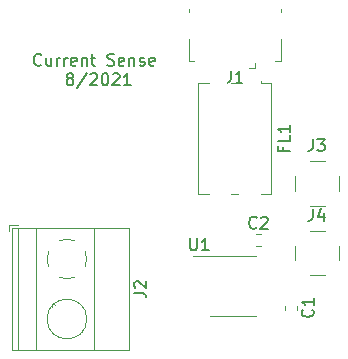
<source format=gto>
G04 #@! TF.GenerationSoftware,KiCad,Pcbnew,(5.1.5-0)*
G04 #@! TF.CreationDate,2021-08-18T08:54:09-06:00*
G04 #@! TF.ProjectId,imon,696d6f6e-2e6b-4696-9361-645f70636258,rev?*
G04 #@! TF.SameCoordinates,Original*
G04 #@! TF.FileFunction,Legend,Top*
G04 #@! TF.FilePolarity,Positive*
%FSLAX46Y46*%
G04 Gerber Fmt 4.6, Leading zero omitted, Abs format (unit mm)*
G04 Created by KiCad (PCBNEW (5.1.5-0)) date 2021-08-18 08:54:09*
%MOMM*%
%LPD*%
G04 APERTURE LIST*
%ADD10C,0.150000*%
%ADD11C,0.120000*%
%ADD12C,0.100000*%
%ADD13C,1.342000*%
%ADD14C,2.702000*%
%ADD15R,2.702000X2.702000*%
%ADD16R,1.302000X2.002000*%
%ADD17O,1.302000X2.002000*%
%ADD18R,1.602000X2.002000*%
%ADD19C,1.552000*%
%ADD20R,0.502000X1.452000*%
%ADD21R,1.302000X2.102000*%
G04 APERTURE END LIST*
D10*
X123119047Y-74732142D02*
X123071428Y-74779761D01*
X122928571Y-74827380D01*
X122833333Y-74827380D01*
X122690476Y-74779761D01*
X122595238Y-74684523D01*
X122547619Y-74589285D01*
X122500000Y-74398809D01*
X122500000Y-74255952D01*
X122547619Y-74065476D01*
X122595238Y-73970238D01*
X122690476Y-73875000D01*
X122833333Y-73827380D01*
X122928571Y-73827380D01*
X123071428Y-73875000D01*
X123119047Y-73922619D01*
X123976190Y-74160714D02*
X123976190Y-74827380D01*
X123547619Y-74160714D02*
X123547619Y-74684523D01*
X123595238Y-74779761D01*
X123690476Y-74827380D01*
X123833333Y-74827380D01*
X123928571Y-74779761D01*
X123976190Y-74732142D01*
X124452380Y-74827380D02*
X124452380Y-74160714D01*
X124452380Y-74351190D02*
X124500000Y-74255952D01*
X124547619Y-74208333D01*
X124642857Y-74160714D01*
X124738095Y-74160714D01*
X125071428Y-74827380D02*
X125071428Y-74160714D01*
X125071428Y-74351190D02*
X125119047Y-74255952D01*
X125166666Y-74208333D01*
X125261904Y-74160714D01*
X125357142Y-74160714D01*
X126071428Y-74779761D02*
X125976190Y-74827380D01*
X125785714Y-74827380D01*
X125690476Y-74779761D01*
X125642857Y-74684523D01*
X125642857Y-74303571D01*
X125690476Y-74208333D01*
X125785714Y-74160714D01*
X125976190Y-74160714D01*
X126071428Y-74208333D01*
X126119047Y-74303571D01*
X126119047Y-74398809D01*
X125642857Y-74494047D01*
X126547619Y-74160714D02*
X126547619Y-74827380D01*
X126547619Y-74255952D02*
X126595238Y-74208333D01*
X126690476Y-74160714D01*
X126833333Y-74160714D01*
X126928571Y-74208333D01*
X126976190Y-74303571D01*
X126976190Y-74827380D01*
X127309523Y-74160714D02*
X127690476Y-74160714D01*
X127452380Y-73827380D02*
X127452380Y-74684523D01*
X127500000Y-74779761D01*
X127595238Y-74827380D01*
X127690476Y-74827380D01*
X128738095Y-74779761D02*
X128880952Y-74827380D01*
X129119047Y-74827380D01*
X129214285Y-74779761D01*
X129261904Y-74732142D01*
X129309523Y-74636904D01*
X129309523Y-74541666D01*
X129261904Y-74446428D01*
X129214285Y-74398809D01*
X129119047Y-74351190D01*
X128928571Y-74303571D01*
X128833333Y-74255952D01*
X128785714Y-74208333D01*
X128738095Y-74113095D01*
X128738095Y-74017857D01*
X128785714Y-73922619D01*
X128833333Y-73875000D01*
X128928571Y-73827380D01*
X129166666Y-73827380D01*
X129309523Y-73875000D01*
X130119047Y-74779761D02*
X130023809Y-74827380D01*
X129833333Y-74827380D01*
X129738095Y-74779761D01*
X129690476Y-74684523D01*
X129690476Y-74303571D01*
X129738095Y-74208333D01*
X129833333Y-74160714D01*
X130023809Y-74160714D01*
X130119047Y-74208333D01*
X130166666Y-74303571D01*
X130166666Y-74398809D01*
X129690476Y-74494047D01*
X130595238Y-74160714D02*
X130595238Y-74827380D01*
X130595238Y-74255952D02*
X130642857Y-74208333D01*
X130738095Y-74160714D01*
X130880952Y-74160714D01*
X130976190Y-74208333D01*
X131023809Y-74303571D01*
X131023809Y-74827380D01*
X131452380Y-74779761D02*
X131547619Y-74827380D01*
X131738095Y-74827380D01*
X131833333Y-74779761D01*
X131880952Y-74684523D01*
X131880952Y-74636904D01*
X131833333Y-74541666D01*
X131738095Y-74494047D01*
X131595238Y-74494047D01*
X131500000Y-74446428D01*
X131452380Y-74351190D01*
X131452380Y-74303571D01*
X131500000Y-74208333D01*
X131595238Y-74160714D01*
X131738095Y-74160714D01*
X131833333Y-74208333D01*
X132690476Y-74779761D02*
X132595238Y-74827380D01*
X132404761Y-74827380D01*
X132309523Y-74779761D01*
X132261904Y-74684523D01*
X132261904Y-74303571D01*
X132309523Y-74208333D01*
X132404761Y-74160714D01*
X132595238Y-74160714D01*
X132690476Y-74208333D01*
X132738095Y-74303571D01*
X132738095Y-74398809D01*
X132261904Y-74494047D01*
X125476190Y-75905952D02*
X125380952Y-75858333D01*
X125333333Y-75810714D01*
X125285714Y-75715476D01*
X125285714Y-75667857D01*
X125333333Y-75572619D01*
X125380952Y-75525000D01*
X125476190Y-75477380D01*
X125666666Y-75477380D01*
X125761904Y-75525000D01*
X125809523Y-75572619D01*
X125857142Y-75667857D01*
X125857142Y-75715476D01*
X125809523Y-75810714D01*
X125761904Y-75858333D01*
X125666666Y-75905952D01*
X125476190Y-75905952D01*
X125380952Y-75953571D01*
X125333333Y-76001190D01*
X125285714Y-76096428D01*
X125285714Y-76286904D01*
X125333333Y-76382142D01*
X125380952Y-76429761D01*
X125476190Y-76477380D01*
X125666666Y-76477380D01*
X125761904Y-76429761D01*
X125809523Y-76382142D01*
X125857142Y-76286904D01*
X125857142Y-76096428D01*
X125809523Y-76001190D01*
X125761904Y-75953571D01*
X125666666Y-75905952D01*
X127000000Y-75429761D02*
X126142857Y-76715476D01*
X127285714Y-75572619D02*
X127333333Y-75525000D01*
X127428571Y-75477380D01*
X127666666Y-75477380D01*
X127761904Y-75525000D01*
X127809523Y-75572619D01*
X127857142Y-75667857D01*
X127857142Y-75763095D01*
X127809523Y-75905952D01*
X127238095Y-76477380D01*
X127857142Y-76477380D01*
X128476190Y-75477380D02*
X128571428Y-75477380D01*
X128666666Y-75525000D01*
X128714285Y-75572619D01*
X128761904Y-75667857D01*
X128809523Y-75858333D01*
X128809523Y-76096428D01*
X128761904Y-76286904D01*
X128714285Y-76382142D01*
X128666666Y-76429761D01*
X128571428Y-76477380D01*
X128476190Y-76477380D01*
X128380952Y-76429761D01*
X128333333Y-76382142D01*
X128285714Y-76286904D01*
X128238095Y-76096428D01*
X128238095Y-75858333D01*
X128285714Y-75667857D01*
X128333333Y-75572619D01*
X128380952Y-75525000D01*
X128476190Y-75477380D01*
X129190476Y-75572619D02*
X129238095Y-75525000D01*
X129333333Y-75477380D01*
X129571428Y-75477380D01*
X129666666Y-75525000D01*
X129714285Y-75572619D01*
X129761904Y-75667857D01*
X129761904Y-75763095D01*
X129714285Y-75905952D01*
X129142857Y-76477380D01*
X129761904Y-76477380D01*
X130714285Y-76477380D02*
X130142857Y-76477380D01*
X130428571Y-76477380D02*
X130428571Y-75477380D01*
X130333333Y-75620238D01*
X130238095Y-75715476D01*
X130142857Y-75763095D01*
D11*
X139400000Y-90940000D02*
X135950000Y-90940000D01*
X139400000Y-90940000D02*
X141350000Y-90940000D01*
X139400000Y-96060000D02*
X137450000Y-96060000D01*
X139400000Y-96060000D02*
X141350000Y-96060000D01*
X147120000Y-92570000D02*
X145880000Y-92570000D01*
X147120000Y-88830000D02*
X145880000Y-88830000D01*
X144630000Y-91320000D02*
X144630000Y-90080000D01*
X148370000Y-91320000D02*
X148370000Y-90080000D01*
X147120000Y-86670000D02*
X145880000Y-86670000D01*
X147120000Y-82930000D02*
X145880000Y-82930000D01*
X144630000Y-85420000D02*
X144630000Y-84180000D01*
X148370000Y-85420000D02*
X148370000Y-84180000D01*
X120400000Y-88360000D02*
X120400000Y-88860000D01*
X121140000Y-88360000D02*
X120400000Y-88360000D01*
X124277000Y-95053000D02*
X124231000Y-95006000D01*
X126575000Y-97350000D02*
X126539000Y-97315000D01*
X124061000Y-95246000D02*
X124026000Y-95211000D01*
X126369000Y-97555000D02*
X126323000Y-97508000D01*
X130561000Y-98880000D02*
X120640000Y-98880000D01*
X130561000Y-88600000D02*
X120640000Y-88600000D01*
X120640000Y-88600000D02*
X120640000Y-98880000D01*
X130561000Y-88600000D02*
X130561000Y-98880000D01*
X127601000Y-88600000D02*
X127601000Y-98880000D01*
X122700000Y-88600000D02*
X122700000Y-98880000D01*
X121200000Y-88600000D02*
X121200000Y-98880000D01*
X126980000Y-96280000D02*
G75*
G03X126980000Y-96280000I-1680000J0D01*
G01*
X123619747Y-91228805D02*
G75*
G02X123765000Y-90516000I1680253J28805D01*
G01*
X124616958Y-89664574D02*
G75*
G02X125984000Y-89665000I683042J-1535426D01*
G01*
X126835426Y-90516958D02*
G75*
G02X126835000Y-91884000I-1535426J-683042D01*
G01*
X125983042Y-92735426D02*
G75*
G02X124616000Y-92735000I-683042J1535426D01*
G01*
X123765244Y-91883318D02*
G75*
G02X123620000Y-91200000I1534756J683318D01*
G01*
X141200000Y-75012500D02*
X141200000Y-74562500D01*
X141200000Y-75012500D02*
X140750000Y-75012500D01*
X135600000Y-74462500D02*
X136050000Y-74462500D01*
X135600000Y-72612500D02*
X135600000Y-74462500D01*
X143400000Y-70062500D02*
X143400000Y-70312500D01*
X135600000Y-70062500D02*
X135600000Y-70312500D01*
X143400000Y-72612500D02*
X143400000Y-74462500D01*
X143400000Y-74462500D02*
X142950000Y-74462500D01*
X136400000Y-85700000D02*
X136400000Y-76300000D01*
X136400000Y-85700000D02*
X137300000Y-85700000D01*
X136400000Y-76300000D02*
X137300000Y-76300000D01*
X142600000Y-85700000D02*
X141700000Y-85700000D01*
X142600000Y-76300000D02*
X141700000Y-76300000D01*
X142600000Y-76300000D02*
X142600000Y-85700000D01*
X141700000Y-76100000D02*
X141700000Y-76200000D01*
X141700000Y-76300000D02*
X141700000Y-76100000D01*
X139800000Y-76300000D02*
X139200000Y-76300000D01*
X139800000Y-76100000D02*
X139800000Y-76300000D01*
X139800000Y-85700000D02*
X139200000Y-85700000D01*
X141353733Y-90110000D02*
X141696267Y-90110000D01*
X141353733Y-89090000D02*
X141696267Y-89090000D01*
X143790000Y-95153733D02*
X143790000Y-95496267D01*
X144810000Y-95153733D02*
X144810000Y-95496267D01*
D10*
X135738095Y-89452380D02*
X135738095Y-90261904D01*
X135785714Y-90357142D01*
X135833333Y-90404761D01*
X135928571Y-90452380D01*
X136119047Y-90452380D01*
X136214285Y-90404761D01*
X136261904Y-90357142D01*
X136309523Y-90261904D01*
X136309523Y-89452380D01*
X137309523Y-90452380D02*
X136738095Y-90452380D01*
X137023809Y-90452380D02*
X137023809Y-89452380D01*
X136928571Y-89595238D01*
X136833333Y-89690476D01*
X136738095Y-89738095D01*
X146126666Y-86952380D02*
X146126666Y-87666666D01*
X146079047Y-87809523D01*
X145983809Y-87904761D01*
X145840952Y-87952380D01*
X145745714Y-87952380D01*
X147031428Y-87285714D02*
X147031428Y-87952380D01*
X146793333Y-86904761D02*
X146555238Y-87619047D01*
X147174285Y-87619047D01*
X146126666Y-81052380D02*
X146126666Y-81766666D01*
X146079047Y-81909523D01*
X145983809Y-82004761D01*
X145840952Y-82052380D01*
X145745714Y-82052380D01*
X146507619Y-81052380D02*
X147126666Y-81052380D01*
X146793333Y-81433333D01*
X146936190Y-81433333D01*
X147031428Y-81480952D01*
X147079047Y-81528571D01*
X147126666Y-81623809D01*
X147126666Y-81861904D01*
X147079047Y-81957142D01*
X147031428Y-82004761D01*
X146936190Y-82052380D01*
X146650476Y-82052380D01*
X146555238Y-82004761D01*
X146507619Y-81957142D01*
X131012380Y-94073333D02*
X131726666Y-94073333D01*
X131869523Y-94120952D01*
X131964761Y-94216190D01*
X132012380Y-94359047D01*
X132012380Y-94454285D01*
X131107619Y-93644761D02*
X131060000Y-93597142D01*
X131012380Y-93501904D01*
X131012380Y-93263809D01*
X131060000Y-93168571D01*
X131107619Y-93120952D01*
X131202857Y-93073333D01*
X131298095Y-93073333D01*
X131440952Y-93120952D01*
X132012380Y-93692380D01*
X132012380Y-93073333D01*
X139166666Y-75264880D02*
X139166666Y-75979166D01*
X139119047Y-76122023D01*
X139023809Y-76217261D01*
X138880952Y-76264880D01*
X138785714Y-76264880D01*
X140166666Y-76264880D02*
X139595238Y-76264880D01*
X139880952Y-76264880D02*
X139880952Y-75264880D01*
X139785714Y-75407738D01*
X139690476Y-75502976D01*
X139595238Y-75550595D01*
X143628571Y-81738095D02*
X143628571Y-82071428D01*
X144152380Y-82071428D02*
X143152380Y-82071428D01*
X143152380Y-81595238D01*
X144152380Y-80738095D02*
X144152380Y-81214285D01*
X143152380Y-81214285D01*
X144152380Y-79880952D02*
X144152380Y-80452380D01*
X144152380Y-80166666D02*
X143152380Y-80166666D01*
X143295238Y-80261904D01*
X143390476Y-80357142D01*
X143438095Y-80452380D01*
X141358333Y-88527142D02*
X141310714Y-88574761D01*
X141167857Y-88622380D01*
X141072619Y-88622380D01*
X140929761Y-88574761D01*
X140834523Y-88479523D01*
X140786904Y-88384285D01*
X140739285Y-88193809D01*
X140739285Y-88050952D01*
X140786904Y-87860476D01*
X140834523Y-87765238D01*
X140929761Y-87670000D01*
X141072619Y-87622380D01*
X141167857Y-87622380D01*
X141310714Y-87670000D01*
X141358333Y-87717619D01*
X141739285Y-87717619D02*
X141786904Y-87670000D01*
X141882142Y-87622380D01*
X142120238Y-87622380D01*
X142215476Y-87670000D01*
X142263095Y-87717619D01*
X142310714Y-87812857D01*
X142310714Y-87908095D01*
X142263095Y-88050952D01*
X141691666Y-88622380D01*
X142310714Y-88622380D01*
X146087142Y-95491666D02*
X146134761Y-95539285D01*
X146182380Y-95682142D01*
X146182380Y-95777380D01*
X146134761Y-95920238D01*
X146039523Y-96015476D01*
X145944285Y-96063095D01*
X145753809Y-96110714D01*
X145610952Y-96110714D01*
X145420476Y-96063095D01*
X145325238Y-96015476D01*
X145230000Y-95920238D01*
X145182380Y-95777380D01*
X145182380Y-95682142D01*
X145230000Y-95539285D01*
X145277619Y-95491666D01*
X146182380Y-94539285D02*
X146182380Y-95110714D01*
X146182380Y-94825000D02*
X145182380Y-94825000D01*
X145325238Y-94920238D01*
X145420476Y-95015476D01*
X145468095Y-95110714D01*
%LPC*%
D12*
G36*
X142742702Y-91244845D02*
G01*
X142759738Y-91247372D01*
X142776445Y-91251557D01*
X142792661Y-91257359D01*
X142808230Y-91264723D01*
X142823003Y-91273577D01*
X142836836Y-91283837D01*
X142849597Y-91295403D01*
X142861163Y-91308164D01*
X142871423Y-91321997D01*
X142880277Y-91336770D01*
X142887641Y-91352339D01*
X142893443Y-91368555D01*
X142897628Y-91385262D01*
X142900155Y-91402298D01*
X142901000Y-91419500D01*
X142901000Y-91770500D01*
X142900155Y-91787702D01*
X142897628Y-91804738D01*
X142893443Y-91821445D01*
X142887641Y-91837661D01*
X142880277Y-91853230D01*
X142871423Y-91868003D01*
X142861163Y-91881836D01*
X142849597Y-91894597D01*
X142836836Y-91906163D01*
X142823003Y-91916423D01*
X142808230Y-91925277D01*
X142792661Y-91932641D01*
X142776445Y-91938443D01*
X142759738Y-91942628D01*
X142742702Y-91945155D01*
X142725500Y-91946000D01*
X141024500Y-91946000D01*
X141007298Y-91945155D01*
X140990262Y-91942628D01*
X140973555Y-91938443D01*
X140957339Y-91932641D01*
X140941770Y-91925277D01*
X140926997Y-91916423D01*
X140913164Y-91906163D01*
X140900403Y-91894597D01*
X140888837Y-91881836D01*
X140878577Y-91868003D01*
X140869723Y-91853230D01*
X140862359Y-91837661D01*
X140856557Y-91821445D01*
X140852372Y-91804738D01*
X140849845Y-91787702D01*
X140849000Y-91770500D01*
X140849000Y-91419500D01*
X140849845Y-91402298D01*
X140852372Y-91385262D01*
X140856557Y-91368555D01*
X140862359Y-91352339D01*
X140869723Y-91336770D01*
X140878577Y-91321997D01*
X140888837Y-91308164D01*
X140900403Y-91295403D01*
X140913164Y-91283837D01*
X140926997Y-91273577D01*
X140941770Y-91264723D01*
X140957339Y-91257359D01*
X140973555Y-91251557D01*
X140990262Y-91247372D01*
X141007298Y-91244845D01*
X141024500Y-91244000D01*
X142725500Y-91244000D01*
X142742702Y-91244845D01*
G37*
G36*
X142742702Y-92514845D02*
G01*
X142759738Y-92517372D01*
X142776445Y-92521557D01*
X142792661Y-92527359D01*
X142808230Y-92534723D01*
X142823003Y-92543577D01*
X142836836Y-92553837D01*
X142849597Y-92565403D01*
X142861163Y-92578164D01*
X142871423Y-92591997D01*
X142880277Y-92606770D01*
X142887641Y-92622339D01*
X142893443Y-92638555D01*
X142897628Y-92655262D01*
X142900155Y-92672298D01*
X142901000Y-92689500D01*
X142901000Y-93040500D01*
X142900155Y-93057702D01*
X142897628Y-93074738D01*
X142893443Y-93091445D01*
X142887641Y-93107661D01*
X142880277Y-93123230D01*
X142871423Y-93138003D01*
X142861163Y-93151836D01*
X142849597Y-93164597D01*
X142836836Y-93176163D01*
X142823003Y-93186423D01*
X142808230Y-93195277D01*
X142792661Y-93202641D01*
X142776445Y-93208443D01*
X142759738Y-93212628D01*
X142742702Y-93215155D01*
X142725500Y-93216000D01*
X141024500Y-93216000D01*
X141007298Y-93215155D01*
X140990262Y-93212628D01*
X140973555Y-93208443D01*
X140957339Y-93202641D01*
X140941770Y-93195277D01*
X140926997Y-93186423D01*
X140913164Y-93176163D01*
X140900403Y-93164597D01*
X140888837Y-93151836D01*
X140878577Y-93138003D01*
X140869723Y-93123230D01*
X140862359Y-93107661D01*
X140856557Y-93091445D01*
X140852372Y-93074738D01*
X140849845Y-93057702D01*
X140849000Y-93040500D01*
X140849000Y-92689500D01*
X140849845Y-92672298D01*
X140852372Y-92655262D01*
X140856557Y-92638555D01*
X140862359Y-92622339D01*
X140869723Y-92606770D01*
X140878577Y-92591997D01*
X140888837Y-92578164D01*
X140900403Y-92565403D01*
X140913164Y-92553837D01*
X140926997Y-92543577D01*
X140941770Y-92534723D01*
X140957339Y-92527359D01*
X140973555Y-92521557D01*
X140990262Y-92517372D01*
X141007298Y-92514845D01*
X141024500Y-92514000D01*
X142725500Y-92514000D01*
X142742702Y-92514845D01*
G37*
G36*
X142742702Y-93784845D02*
G01*
X142759738Y-93787372D01*
X142776445Y-93791557D01*
X142792661Y-93797359D01*
X142808230Y-93804723D01*
X142823003Y-93813577D01*
X142836836Y-93823837D01*
X142849597Y-93835403D01*
X142861163Y-93848164D01*
X142871423Y-93861997D01*
X142880277Y-93876770D01*
X142887641Y-93892339D01*
X142893443Y-93908555D01*
X142897628Y-93925262D01*
X142900155Y-93942298D01*
X142901000Y-93959500D01*
X142901000Y-94310500D01*
X142900155Y-94327702D01*
X142897628Y-94344738D01*
X142893443Y-94361445D01*
X142887641Y-94377661D01*
X142880277Y-94393230D01*
X142871423Y-94408003D01*
X142861163Y-94421836D01*
X142849597Y-94434597D01*
X142836836Y-94446163D01*
X142823003Y-94456423D01*
X142808230Y-94465277D01*
X142792661Y-94472641D01*
X142776445Y-94478443D01*
X142759738Y-94482628D01*
X142742702Y-94485155D01*
X142725500Y-94486000D01*
X141024500Y-94486000D01*
X141007298Y-94485155D01*
X140990262Y-94482628D01*
X140973555Y-94478443D01*
X140957339Y-94472641D01*
X140941770Y-94465277D01*
X140926997Y-94456423D01*
X140913164Y-94446163D01*
X140900403Y-94434597D01*
X140888837Y-94421836D01*
X140878577Y-94408003D01*
X140869723Y-94393230D01*
X140862359Y-94377661D01*
X140856557Y-94361445D01*
X140852372Y-94344738D01*
X140849845Y-94327702D01*
X140849000Y-94310500D01*
X140849000Y-93959500D01*
X140849845Y-93942298D01*
X140852372Y-93925262D01*
X140856557Y-93908555D01*
X140862359Y-93892339D01*
X140869723Y-93876770D01*
X140878577Y-93861997D01*
X140888837Y-93848164D01*
X140900403Y-93835403D01*
X140913164Y-93823837D01*
X140926997Y-93813577D01*
X140941770Y-93804723D01*
X140957339Y-93797359D01*
X140973555Y-93791557D01*
X140990262Y-93787372D01*
X141007298Y-93784845D01*
X141024500Y-93784000D01*
X142725500Y-93784000D01*
X142742702Y-93784845D01*
G37*
G36*
X142742702Y-95054845D02*
G01*
X142759738Y-95057372D01*
X142776445Y-95061557D01*
X142792661Y-95067359D01*
X142808230Y-95074723D01*
X142823003Y-95083577D01*
X142836836Y-95093837D01*
X142849597Y-95105403D01*
X142861163Y-95118164D01*
X142871423Y-95131997D01*
X142880277Y-95146770D01*
X142887641Y-95162339D01*
X142893443Y-95178555D01*
X142897628Y-95195262D01*
X142900155Y-95212298D01*
X142901000Y-95229500D01*
X142901000Y-95580500D01*
X142900155Y-95597702D01*
X142897628Y-95614738D01*
X142893443Y-95631445D01*
X142887641Y-95647661D01*
X142880277Y-95663230D01*
X142871423Y-95678003D01*
X142861163Y-95691836D01*
X142849597Y-95704597D01*
X142836836Y-95716163D01*
X142823003Y-95726423D01*
X142808230Y-95735277D01*
X142792661Y-95742641D01*
X142776445Y-95748443D01*
X142759738Y-95752628D01*
X142742702Y-95755155D01*
X142725500Y-95756000D01*
X141024500Y-95756000D01*
X141007298Y-95755155D01*
X140990262Y-95752628D01*
X140973555Y-95748443D01*
X140957339Y-95742641D01*
X140941770Y-95735277D01*
X140926997Y-95726423D01*
X140913164Y-95716163D01*
X140900403Y-95704597D01*
X140888837Y-95691836D01*
X140878577Y-95678003D01*
X140869723Y-95663230D01*
X140862359Y-95647661D01*
X140856557Y-95631445D01*
X140852372Y-95614738D01*
X140849845Y-95597702D01*
X140849000Y-95580500D01*
X140849000Y-95229500D01*
X140849845Y-95212298D01*
X140852372Y-95195262D01*
X140856557Y-95178555D01*
X140862359Y-95162339D01*
X140869723Y-95146770D01*
X140878577Y-95131997D01*
X140888837Y-95118164D01*
X140900403Y-95105403D01*
X140913164Y-95093837D01*
X140926997Y-95083577D01*
X140941770Y-95074723D01*
X140957339Y-95067359D01*
X140973555Y-95061557D01*
X140990262Y-95057372D01*
X141007298Y-95054845D01*
X141024500Y-95054000D01*
X142725500Y-95054000D01*
X142742702Y-95054845D01*
G37*
G36*
X137792702Y-95054845D02*
G01*
X137809738Y-95057372D01*
X137826445Y-95061557D01*
X137842661Y-95067359D01*
X137858230Y-95074723D01*
X137873003Y-95083577D01*
X137886836Y-95093837D01*
X137899597Y-95105403D01*
X137911163Y-95118164D01*
X137921423Y-95131997D01*
X137930277Y-95146770D01*
X137937641Y-95162339D01*
X137943443Y-95178555D01*
X137947628Y-95195262D01*
X137950155Y-95212298D01*
X137951000Y-95229500D01*
X137951000Y-95580500D01*
X137950155Y-95597702D01*
X137947628Y-95614738D01*
X137943443Y-95631445D01*
X137937641Y-95647661D01*
X137930277Y-95663230D01*
X137921423Y-95678003D01*
X137911163Y-95691836D01*
X137899597Y-95704597D01*
X137886836Y-95716163D01*
X137873003Y-95726423D01*
X137858230Y-95735277D01*
X137842661Y-95742641D01*
X137826445Y-95748443D01*
X137809738Y-95752628D01*
X137792702Y-95755155D01*
X137775500Y-95756000D01*
X136074500Y-95756000D01*
X136057298Y-95755155D01*
X136040262Y-95752628D01*
X136023555Y-95748443D01*
X136007339Y-95742641D01*
X135991770Y-95735277D01*
X135976997Y-95726423D01*
X135963164Y-95716163D01*
X135950403Y-95704597D01*
X135938837Y-95691836D01*
X135928577Y-95678003D01*
X135919723Y-95663230D01*
X135912359Y-95647661D01*
X135906557Y-95631445D01*
X135902372Y-95614738D01*
X135899845Y-95597702D01*
X135899000Y-95580500D01*
X135899000Y-95229500D01*
X135899845Y-95212298D01*
X135902372Y-95195262D01*
X135906557Y-95178555D01*
X135912359Y-95162339D01*
X135919723Y-95146770D01*
X135928577Y-95131997D01*
X135938837Y-95118164D01*
X135950403Y-95105403D01*
X135963164Y-95093837D01*
X135976997Y-95083577D01*
X135991770Y-95074723D01*
X136007339Y-95067359D01*
X136023555Y-95061557D01*
X136040262Y-95057372D01*
X136057298Y-95054845D01*
X136074500Y-95054000D01*
X137775500Y-95054000D01*
X137792702Y-95054845D01*
G37*
G36*
X137792702Y-93784845D02*
G01*
X137809738Y-93787372D01*
X137826445Y-93791557D01*
X137842661Y-93797359D01*
X137858230Y-93804723D01*
X137873003Y-93813577D01*
X137886836Y-93823837D01*
X137899597Y-93835403D01*
X137911163Y-93848164D01*
X137921423Y-93861997D01*
X137930277Y-93876770D01*
X137937641Y-93892339D01*
X137943443Y-93908555D01*
X137947628Y-93925262D01*
X137950155Y-93942298D01*
X137951000Y-93959500D01*
X137951000Y-94310500D01*
X137950155Y-94327702D01*
X137947628Y-94344738D01*
X137943443Y-94361445D01*
X137937641Y-94377661D01*
X137930277Y-94393230D01*
X137921423Y-94408003D01*
X137911163Y-94421836D01*
X137899597Y-94434597D01*
X137886836Y-94446163D01*
X137873003Y-94456423D01*
X137858230Y-94465277D01*
X137842661Y-94472641D01*
X137826445Y-94478443D01*
X137809738Y-94482628D01*
X137792702Y-94485155D01*
X137775500Y-94486000D01*
X136074500Y-94486000D01*
X136057298Y-94485155D01*
X136040262Y-94482628D01*
X136023555Y-94478443D01*
X136007339Y-94472641D01*
X135991770Y-94465277D01*
X135976997Y-94456423D01*
X135963164Y-94446163D01*
X135950403Y-94434597D01*
X135938837Y-94421836D01*
X135928577Y-94408003D01*
X135919723Y-94393230D01*
X135912359Y-94377661D01*
X135906557Y-94361445D01*
X135902372Y-94344738D01*
X135899845Y-94327702D01*
X135899000Y-94310500D01*
X135899000Y-93959500D01*
X135899845Y-93942298D01*
X135902372Y-93925262D01*
X135906557Y-93908555D01*
X135912359Y-93892339D01*
X135919723Y-93876770D01*
X135928577Y-93861997D01*
X135938837Y-93848164D01*
X135950403Y-93835403D01*
X135963164Y-93823837D01*
X135976997Y-93813577D01*
X135991770Y-93804723D01*
X136007339Y-93797359D01*
X136023555Y-93791557D01*
X136040262Y-93787372D01*
X136057298Y-93784845D01*
X136074500Y-93784000D01*
X137775500Y-93784000D01*
X137792702Y-93784845D01*
G37*
G36*
X137792702Y-92514845D02*
G01*
X137809738Y-92517372D01*
X137826445Y-92521557D01*
X137842661Y-92527359D01*
X137858230Y-92534723D01*
X137873003Y-92543577D01*
X137886836Y-92553837D01*
X137899597Y-92565403D01*
X137911163Y-92578164D01*
X137921423Y-92591997D01*
X137930277Y-92606770D01*
X137937641Y-92622339D01*
X137943443Y-92638555D01*
X137947628Y-92655262D01*
X137950155Y-92672298D01*
X137951000Y-92689500D01*
X137951000Y-93040500D01*
X137950155Y-93057702D01*
X137947628Y-93074738D01*
X137943443Y-93091445D01*
X137937641Y-93107661D01*
X137930277Y-93123230D01*
X137921423Y-93138003D01*
X137911163Y-93151836D01*
X137899597Y-93164597D01*
X137886836Y-93176163D01*
X137873003Y-93186423D01*
X137858230Y-93195277D01*
X137842661Y-93202641D01*
X137826445Y-93208443D01*
X137809738Y-93212628D01*
X137792702Y-93215155D01*
X137775500Y-93216000D01*
X136074500Y-93216000D01*
X136057298Y-93215155D01*
X136040262Y-93212628D01*
X136023555Y-93208443D01*
X136007339Y-93202641D01*
X135991770Y-93195277D01*
X135976997Y-93186423D01*
X135963164Y-93176163D01*
X135950403Y-93164597D01*
X135938837Y-93151836D01*
X135928577Y-93138003D01*
X135919723Y-93123230D01*
X135912359Y-93107661D01*
X135906557Y-93091445D01*
X135902372Y-93074738D01*
X135899845Y-93057702D01*
X135899000Y-93040500D01*
X135899000Y-92689500D01*
X135899845Y-92672298D01*
X135902372Y-92655262D01*
X135906557Y-92638555D01*
X135912359Y-92622339D01*
X135919723Y-92606770D01*
X135928577Y-92591997D01*
X135938837Y-92578164D01*
X135950403Y-92565403D01*
X135963164Y-92553837D01*
X135976997Y-92543577D01*
X135991770Y-92534723D01*
X136007339Y-92527359D01*
X136023555Y-92521557D01*
X136040262Y-92517372D01*
X136057298Y-92514845D01*
X136074500Y-92514000D01*
X137775500Y-92514000D01*
X137792702Y-92514845D01*
G37*
G36*
X137792702Y-91244845D02*
G01*
X137809738Y-91247372D01*
X137826445Y-91251557D01*
X137842661Y-91257359D01*
X137858230Y-91264723D01*
X137873003Y-91273577D01*
X137886836Y-91283837D01*
X137899597Y-91295403D01*
X137911163Y-91308164D01*
X137921423Y-91321997D01*
X137930277Y-91336770D01*
X137937641Y-91352339D01*
X137943443Y-91368555D01*
X137947628Y-91385262D01*
X137950155Y-91402298D01*
X137951000Y-91419500D01*
X137951000Y-91770500D01*
X137950155Y-91787702D01*
X137947628Y-91804738D01*
X137943443Y-91821445D01*
X137937641Y-91837661D01*
X137930277Y-91853230D01*
X137921423Y-91868003D01*
X137911163Y-91881836D01*
X137899597Y-91894597D01*
X137886836Y-91906163D01*
X137873003Y-91916423D01*
X137858230Y-91925277D01*
X137842661Y-91932641D01*
X137826445Y-91938443D01*
X137809738Y-91942628D01*
X137792702Y-91945155D01*
X137775500Y-91946000D01*
X136074500Y-91946000D01*
X136057298Y-91945155D01*
X136040262Y-91942628D01*
X136023555Y-91938443D01*
X136007339Y-91932641D01*
X135991770Y-91925277D01*
X135976997Y-91916423D01*
X135963164Y-91906163D01*
X135950403Y-91894597D01*
X135938837Y-91881836D01*
X135928577Y-91868003D01*
X135919723Y-91853230D01*
X135912359Y-91837661D01*
X135906557Y-91821445D01*
X135902372Y-91804738D01*
X135899845Y-91787702D01*
X135899000Y-91770500D01*
X135899000Y-91419500D01*
X135899845Y-91402298D01*
X135902372Y-91385262D01*
X135906557Y-91368555D01*
X135912359Y-91352339D01*
X135919723Y-91336770D01*
X135928577Y-91321997D01*
X135938837Y-91308164D01*
X135950403Y-91295403D01*
X135963164Y-91283837D01*
X135976997Y-91273577D01*
X135991770Y-91264723D01*
X136007339Y-91257359D01*
X136023555Y-91251557D01*
X136040262Y-91247372D01*
X136057298Y-91244845D01*
X136074500Y-91244000D01*
X137775500Y-91244000D01*
X137792702Y-91244845D01*
G37*
D13*
X145230000Y-91970000D03*
X147770000Y-89430000D03*
X147770000Y-91970000D03*
X145230000Y-89430000D03*
X146500000Y-90700000D03*
X145230000Y-86070000D03*
X147770000Y-83530000D03*
X147770000Y-86070000D03*
X145230000Y-83530000D03*
X146500000Y-84800000D03*
D14*
X125300000Y-96280000D03*
D15*
X125300000Y-91200000D03*
D16*
X142400000Y-71462500D03*
X136600000Y-71462500D03*
D17*
X136000000Y-71462500D03*
X143000000Y-71462500D03*
D18*
X140500000Y-71462500D03*
D19*
X137000000Y-74162500D03*
D20*
X139500000Y-74162500D03*
X138850000Y-74162500D03*
X138200000Y-74162500D03*
X140800000Y-74162500D03*
X140150000Y-74162500D03*
D19*
X142000000Y-74162500D03*
D18*
X138500000Y-71462500D03*
D21*
X140770000Y-84750000D03*
X138230000Y-84750000D03*
X138230000Y-77250000D03*
X140770000Y-77250000D03*
D12*
G36*
X142738779Y-89075266D02*
G01*
X142764309Y-89079053D01*
X142789345Y-89085325D01*
X142813646Y-89094020D01*
X142836977Y-89105055D01*
X142859115Y-89118323D01*
X142879845Y-89133698D01*
X142898969Y-89151031D01*
X142916302Y-89170155D01*
X142931677Y-89190885D01*
X142944945Y-89213023D01*
X142955980Y-89236354D01*
X142964675Y-89260655D01*
X142970947Y-89285691D01*
X142974734Y-89311221D01*
X142976000Y-89337000D01*
X142976000Y-89863000D01*
X142974734Y-89888779D01*
X142970947Y-89914309D01*
X142964675Y-89939345D01*
X142955980Y-89963646D01*
X142944945Y-89986977D01*
X142931677Y-90009115D01*
X142916302Y-90029845D01*
X142898969Y-90048969D01*
X142879845Y-90066302D01*
X142859115Y-90081677D01*
X142836977Y-90094945D01*
X142813646Y-90105980D01*
X142789345Y-90114675D01*
X142764309Y-90120947D01*
X142738779Y-90124734D01*
X142713000Y-90126000D01*
X142087000Y-90126000D01*
X142061221Y-90124734D01*
X142035691Y-90120947D01*
X142010655Y-90114675D01*
X141986354Y-90105980D01*
X141963023Y-90094945D01*
X141940885Y-90081677D01*
X141920155Y-90066302D01*
X141901031Y-90048969D01*
X141883698Y-90029845D01*
X141868323Y-90009115D01*
X141855055Y-89986977D01*
X141844020Y-89963646D01*
X141835325Y-89939345D01*
X141829053Y-89914309D01*
X141825266Y-89888779D01*
X141824000Y-89863000D01*
X141824000Y-89337000D01*
X141825266Y-89311221D01*
X141829053Y-89285691D01*
X141835325Y-89260655D01*
X141844020Y-89236354D01*
X141855055Y-89213023D01*
X141868323Y-89190885D01*
X141883698Y-89170155D01*
X141901031Y-89151031D01*
X141920155Y-89133698D01*
X141940885Y-89118323D01*
X141963023Y-89105055D01*
X141986354Y-89094020D01*
X142010655Y-89085325D01*
X142035691Y-89079053D01*
X142061221Y-89075266D01*
X142087000Y-89074000D01*
X142713000Y-89074000D01*
X142738779Y-89075266D01*
G37*
G36*
X140988779Y-89075266D02*
G01*
X141014309Y-89079053D01*
X141039345Y-89085325D01*
X141063646Y-89094020D01*
X141086977Y-89105055D01*
X141109115Y-89118323D01*
X141129845Y-89133698D01*
X141148969Y-89151031D01*
X141166302Y-89170155D01*
X141181677Y-89190885D01*
X141194945Y-89213023D01*
X141205980Y-89236354D01*
X141214675Y-89260655D01*
X141220947Y-89285691D01*
X141224734Y-89311221D01*
X141226000Y-89337000D01*
X141226000Y-89863000D01*
X141224734Y-89888779D01*
X141220947Y-89914309D01*
X141214675Y-89939345D01*
X141205980Y-89963646D01*
X141194945Y-89986977D01*
X141181677Y-90009115D01*
X141166302Y-90029845D01*
X141148969Y-90048969D01*
X141129845Y-90066302D01*
X141109115Y-90081677D01*
X141086977Y-90094945D01*
X141063646Y-90105980D01*
X141039345Y-90114675D01*
X141014309Y-90120947D01*
X140988779Y-90124734D01*
X140963000Y-90126000D01*
X140337000Y-90126000D01*
X140311221Y-90124734D01*
X140285691Y-90120947D01*
X140260655Y-90114675D01*
X140236354Y-90105980D01*
X140213023Y-90094945D01*
X140190885Y-90081677D01*
X140170155Y-90066302D01*
X140151031Y-90048969D01*
X140133698Y-90029845D01*
X140118323Y-90009115D01*
X140105055Y-89986977D01*
X140094020Y-89963646D01*
X140085325Y-89939345D01*
X140079053Y-89914309D01*
X140075266Y-89888779D01*
X140074000Y-89863000D01*
X140074000Y-89337000D01*
X140075266Y-89311221D01*
X140079053Y-89285691D01*
X140085325Y-89260655D01*
X140094020Y-89236354D01*
X140105055Y-89213023D01*
X140118323Y-89190885D01*
X140133698Y-89170155D01*
X140151031Y-89151031D01*
X140170155Y-89133698D01*
X140190885Y-89118323D01*
X140213023Y-89105055D01*
X140236354Y-89094020D01*
X140260655Y-89085325D01*
X140285691Y-89079053D01*
X140311221Y-89075266D01*
X140337000Y-89074000D01*
X140963000Y-89074000D01*
X140988779Y-89075266D01*
G37*
G36*
X144588779Y-95625266D02*
G01*
X144614309Y-95629053D01*
X144639345Y-95635325D01*
X144663646Y-95644020D01*
X144686977Y-95655055D01*
X144709115Y-95668323D01*
X144729845Y-95683698D01*
X144748969Y-95701031D01*
X144766302Y-95720155D01*
X144781677Y-95740885D01*
X144794945Y-95763023D01*
X144805980Y-95786354D01*
X144814675Y-95810655D01*
X144820947Y-95835691D01*
X144824734Y-95861221D01*
X144826000Y-95887000D01*
X144826000Y-96513000D01*
X144824734Y-96538779D01*
X144820947Y-96564309D01*
X144814675Y-96589345D01*
X144805980Y-96613646D01*
X144794945Y-96636977D01*
X144781677Y-96659115D01*
X144766302Y-96679845D01*
X144748969Y-96698969D01*
X144729845Y-96716302D01*
X144709115Y-96731677D01*
X144686977Y-96744945D01*
X144663646Y-96755980D01*
X144639345Y-96764675D01*
X144614309Y-96770947D01*
X144588779Y-96774734D01*
X144563000Y-96776000D01*
X144037000Y-96776000D01*
X144011221Y-96774734D01*
X143985691Y-96770947D01*
X143960655Y-96764675D01*
X143936354Y-96755980D01*
X143913023Y-96744945D01*
X143890885Y-96731677D01*
X143870155Y-96716302D01*
X143851031Y-96698969D01*
X143833698Y-96679845D01*
X143818323Y-96659115D01*
X143805055Y-96636977D01*
X143794020Y-96613646D01*
X143785325Y-96589345D01*
X143779053Y-96564309D01*
X143775266Y-96538779D01*
X143774000Y-96513000D01*
X143774000Y-95887000D01*
X143775266Y-95861221D01*
X143779053Y-95835691D01*
X143785325Y-95810655D01*
X143794020Y-95786354D01*
X143805055Y-95763023D01*
X143818323Y-95740885D01*
X143833698Y-95720155D01*
X143851031Y-95701031D01*
X143870155Y-95683698D01*
X143890885Y-95668323D01*
X143913023Y-95655055D01*
X143936354Y-95644020D01*
X143960655Y-95635325D01*
X143985691Y-95629053D01*
X144011221Y-95625266D01*
X144037000Y-95624000D01*
X144563000Y-95624000D01*
X144588779Y-95625266D01*
G37*
G36*
X144588779Y-93875266D02*
G01*
X144614309Y-93879053D01*
X144639345Y-93885325D01*
X144663646Y-93894020D01*
X144686977Y-93905055D01*
X144709115Y-93918323D01*
X144729845Y-93933698D01*
X144748969Y-93951031D01*
X144766302Y-93970155D01*
X144781677Y-93990885D01*
X144794945Y-94013023D01*
X144805980Y-94036354D01*
X144814675Y-94060655D01*
X144820947Y-94085691D01*
X144824734Y-94111221D01*
X144826000Y-94137000D01*
X144826000Y-94763000D01*
X144824734Y-94788779D01*
X144820947Y-94814309D01*
X144814675Y-94839345D01*
X144805980Y-94863646D01*
X144794945Y-94886977D01*
X144781677Y-94909115D01*
X144766302Y-94929845D01*
X144748969Y-94948969D01*
X144729845Y-94966302D01*
X144709115Y-94981677D01*
X144686977Y-94994945D01*
X144663646Y-95005980D01*
X144639345Y-95014675D01*
X144614309Y-95020947D01*
X144588779Y-95024734D01*
X144563000Y-95026000D01*
X144037000Y-95026000D01*
X144011221Y-95024734D01*
X143985691Y-95020947D01*
X143960655Y-95014675D01*
X143936354Y-95005980D01*
X143913023Y-94994945D01*
X143890885Y-94981677D01*
X143870155Y-94966302D01*
X143851031Y-94948969D01*
X143833698Y-94929845D01*
X143818323Y-94909115D01*
X143805055Y-94886977D01*
X143794020Y-94863646D01*
X143785325Y-94839345D01*
X143779053Y-94814309D01*
X143775266Y-94788779D01*
X143774000Y-94763000D01*
X143774000Y-94137000D01*
X143775266Y-94111221D01*
X143779053Y-94085691D01*
X143785325Y-94060655D01*
X143794020Y-94036354D01*
X143805055Y-94013023D01*
X143818323Y-93990885D01*
X143833698Y-93970155D01*
X143851031Y-93951031D01*
X143870155Y-93933698D01*
X143890885Y-93918323D01*
X143913023Y-93905055D01*
X143936354Y-93894020D01*
X143960655Y-93885325D01*
X143985691Y-93879053D01*
X144011221Y-93875266D01*
X144037000Y-93874000D01*
X144563000Y-93874000D01*
X144588779Y-93875266D01*
G37*
M02*

</source>
